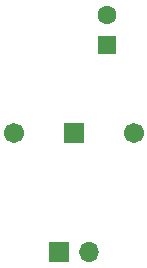
<source format=gbr>
%TF.GenerationSoftware,KiCad,Pcbnew,9.0.1-9.0.1-0~ubuntu24.04.1*%
%TF.CreationDate,2025-04-06T11:06:09+01:00*%
%TF.ProjectId,AccessibleSwitches,41636365-7373-4696-926c-655377697463,rev?*%
%TF.SameCoordinates,Original*%
%TF.FileFunction,Soldermask,Bot*%
%TF.FilePolarity,Negative*%
%FSLAX46Y46*%
G04 Gerber Fmt 4.6, Leading zero omitted, Abs format (unit mm)*
G04 Created by KiCad (PCBNEW 9.0.1-9.0.1-0~ubuntu24.04.1) date 2025-04-06 11:06:09*
%MOMM*%
%LPD*%
G01*
G04 APERTURE LIST*
%ADD10C,1.701800*%
%ADD11R,1.701800X1.701800*%
%ADD12R,1.600000X1.600000*%
%ADD13C,1.600000*%
%ADD14R,1.700000X1.700000*%
%ADD15O,1.700000X1.700000*%
G04 APERTURE END LIST*
D10*
%TO.C,SW1*%
X143602379Y-91000000D03*
D11*
X148682379Y-91000000D03*
D10*
X153762379Y-91000000D03*
%TD*%
D12*
%TO.C,C2*%
X151500000Y-83500000D03*
D13*
X151500000Y-81000000D03*
%TD*%
D14*
%TO.C,J1*%
X147432379Y-101000000D03*
D15*
X149972379Y-101000000D03*
%TD*%
M02*

</source>
